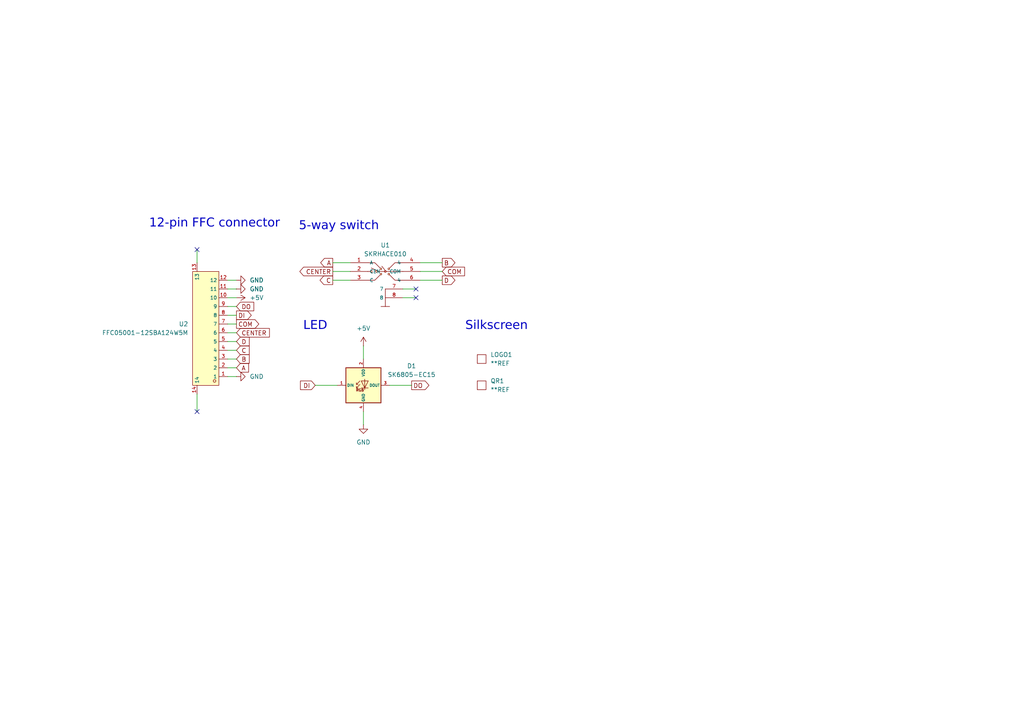
<source format=kicad_sch>
(kicad_sch (version 20231120) (generator "eeschema") (generator_version "8.0")
  (paper "A4")
  (lib_symbols
    (symbol "MyKicadSymbols:FFC05001-12SBA124W5M"
      (property "Reference" "U" (at 0 1.27 0))
      (property "Value" "FFC05001-12SBA124W5M" (at 0 -2.54 0))
      (symbol "FFC05001-12SBA124W5M_0_1"
        (rectangle (start -2.54 16.51) (end 5.08 -16.51) (fill (type background)))
        (circle (center -1.27 15.24) (radius 0.381) (fill (type background)))
        (pin unspecified line (at -5.08 13.97 0) (length 2.54) (name "1") (number "1"))
        (pin unspecified line (at -5.08 -8.89 0) (length 2.54) (name "10") (number "10"))
        (pin unspecified line (at -5.08 -11.43 0) (length 2.54) (name "11") (number "11"))
        (pin unspecified line (at -5.08 -13.97 0) (length 2.54) (name "12") (number "12"))
        (pin unspecified line (at 3.81 -19.05 90) (length 2.54) (name "13") (number "13"))
        (pin unspecified line (at 3.81 19.05 270) (length 2.54) (name "14") (number "14"))
        (pin unspecified line (at -5.08 11.43 0) (length 2.54) (name "2") (number "2"))
        (pin unspecified line (at -5.08 8.89 0) (length 2.54) (name "3") (number "3"))
        (pin unspecified line (at -5.08 6.35 0) (length 2.54) (name "4") (number "4"))
        (pin unspecified line (at -5.08 3.81 0) (length 2.54) (name "5") (number "5"))
        (pin unspecified line (at -5.08 1.27 0) (length 2.54) (name "6") (number "6"))
        (pin unspecified line (at -5.08 -1.27 0) (length 2.54) (name "7") (number "7"))
        (pin unspecified line (at -5.08 -3.81 0) (length 2.54) (name "8") (number "8"))
        (pin unspecified line (at -5.08 -6.35 0) (length 2.54) (name "9") (number "9"))
      )
    )
    (symbol "MyKicadSymbols:SKRHACE010"
      (property "Reference" "U" (at 0 1.27 0))
      (property "Value" "SKRHACE010" (at 0 -2.54 0))
      (symbol "SKRHACE010_0_1"
        (circle (center -4.064 -1.27) (radius 0.254) (fill (type background)))
        (circle (center -2.54 -1.27) (radius 0.254) (fill (type background)))
        (circle (center -1.27 -2.032) (radius 0.254) (fill (type background)))
        (circle (center -1.27 -0.508) (radius 0.254) (fill (type background)))
        (circle (center 0 -1.27) (radius 0.254) (fill (type background)))
        (polyline (pts (xy -5.08 -1.27) (xy -4.318 -1.27)))
        (polyline (pts (xy -2.54 -1.016) (xy -4.064 -0.254)))
        (polyline (pts (xy -2.286 -1.27) (xy 5.08 -1.27)))
        (polyline (pts (xy -1.27 -11.43) (xy 1.27 -11.43)))
        (polyline (pts (xy 0 -6.35) (xy 0 -11.43)))
        (polyline (pts (xy 0 -1.016) (xy -1.016 0.254)))
        (polyline (pts (xy -5.08 -3.81) (xy -3.048 -3.81) (xy -1.524 -2.286)))
        (polyline (pts (xy -5.08 1.27) (xy -3.048 1.27) (xy -1.524 -0.254)))
        (polyline (pts (xy 5.08 -3.81) (xy 2.794 -3.81) (xy 1.27 -2.286)))
        (polyline (pts (xy 5.08 1.27) (xy 2.794 1.27) (xy 1.27 -0.254)))
        (circle (center 1.016 -2.032) (radius 0.254) (fill (type background)))
        (circle (center 1.016 -0.508) (radius 0.254) (fill (type background)))
        (pin unspecified line (at -10.16 1.27 0) (length 5.08) (name "A") (number "1"))
        (pin unspecified line (at -10.16 -1.27 0) (length 5.08) (name "CEN") (number "2"))
        (pin unspecified line (at -10.16 -3.81 0) (length 5.08) (name "C") (number "3"))
        (pin unspecified line (at 10.16 1.27 180) (length 5.08) (name "4") (number "4"))
        (pin unspecified line (at 10.16 -1.27 180) (length 5.08) (name "COM") (number "5"))
        (pin unspecified line (at 10.16 -3.81 180) (length 5.08) (name "4") (number "6"))
        (pin unspecified line (at 5.08 -6.35 180) (length 5.08) (name "7") (number "7"))
        (pin unspecified line (at 5.08 -8.89 180) (length 5.08) (name "8") (number "8"))
      )
    )
    (symbol "ct-kicad:SK6805-EC15" (pin_names (offset 0.254))
      (property "Reference" "D3" (at 14.605 5.08 0))
      (property "Value" "SK6805-EC15" (at 0.635 11.43 0))
      (symbol "SK6805-EC15_0_0"
        (text "RGB" (at -1.016 -1.397 0) (effects (font (size 0.762 0.762))))
      )
      (symbol "SK6805-EC15_0_1"
        (polyline (pts (xy -2.032 -0.762) (xy -1.524 -0.762)))
        (polyline (pts (xy -2.032 0.254) (xy -1.524 0.254)))
        (polyline (pts (xy 1.397 -0.762) (xy -0.635 -0.762)))
        (polyline (pts (xy -1.016 0.254) (xy -2.032 -0.762) (xy -2.032 -0.254)))
        (polyline (pts (xy -1.016 1.27) (xy -2.032 0.254) (xy -2.032 0.762)))
        (polyline (pts (xy 0.381 1.778) (xy 0.381 -0.762) (xy 0.381 -1.27)))
        (polyline (pts (xy 1.397 1.27) (xy -0.635 1.27) (xy 0.381 -0.762) (xy 1.397 1.27)))
        (rectangle (start 5.08 5.08) (end -5.08 -5.08) (stroke (width 0.254)) (fill (type background)))
      )
      (symbol "SK6805-EC15_1_1"
        (pin input line (at -7.62 0 0) (length 2.54) (name "DIN") (number "1"))
        (pin power_in line (at 0 7.62 270) (length 2.54) (name "VDD") (number "2"))
        (pin output line (at 7.62 0 180) (length 2.54) (name "DOUT") (number "3"))
        (pin power_in line (at 0 -7.62 90) (length 2.54) (name "GND") (number "4"))
      )
    )
    (symbol "ct-kicad:awesome-logo" (in_bom no)
      (property "Reference" "LOGO" (at 0 0 0))
      (property "Value" "**REF" (at 0 0 0))
      (symbol "awesome-logo_0_1"
        (rectangle (start -1.27 1.27) (end 1.27 -1.27))
      )
    )
    (symbol "power:+5V" (power) (pin_numbers hide) (pin_names (offset 0) hide)
      (property "Value" "+5V" (at 0 3.556 0))
      (symbol "+5V_0_1"
        (polyline (pts (xy -0.762 1.27) (xy 0 2.54)))
        (polyline (pts (xy 0 0) (xy 0 2.54)))
        (polyline (pts (xy 0 2.54) (xy 0.762 1.27)))
      )
      (symbol "+5V_1_1"
        (pin power_in line (at 0 0 90) (length 0) (name "~") (number "1"))
      )
    )
    (symbol "power:GND" (power) (pin_numbers hide) (pin_names (offset 0) hide)
      (property "Value" "GND" (at 0 -3.81 0))
      (symbol "GND_0_1"
        (polyline (pts (xy 0 0) (xy 0 -1.27) (xy 1.27 -1.27) (xy 0 -2.54) (xy -1.27 -1.27) (xy 0 -1.27)))
      )
      (symbol "GND_1_1"
        (pin power_in line (at 0 0 270) (length 0) (name "~") (number "1"))
      )
    )
  )
  (no_connect (at 57.15 119.38))
  (no_connect (at 57.15 72.39))
  (no_connect (at 120.65 83.82))
  (no_connect (at 120.65 86.36))
  (wire (pts (xy 66.04 88.9) (xy 68.58 88.9)))
  (wire (pts (xy 105.41 119.38) (xy 105.41 123.19)))
  (wire (pts (xy 57.15 72.39) (xy 57.15 76.2)))
  (wire (pts (xy 96.52 76.2) (xy 101.6 76.2)))
  (wire (pts (xy 116.84 86.36) (xy 120.65 86.36)))
  (wire (pts (xy 57.15 114.3) (xy 57.15 119.38)))
  (wire (pts (xy 121.92 78.74) (xy 128.27 78.74)))
  (wire (pts (xy 121.92 76.2) (xy 128.27 76.2)))
  (wire (pts (xy 66.04 81.28) (xy 68.58 81.28)))
  (wire (pts (xy 66.04 86.36) (xy 68.58 86.36)))
  (wire (pts (xy 66.04 99.06) (xy 68.58 99.06)))
  (wire (pts (xy 66.04 96.52) (xy 68.58 96.52)))
  (wire (pts (xy 121.92 81.28) (xy 128.27 81.28)))
  (wire (pts (xy 66.04 109.22) (xy 68.58 109.22)))
  (wire (pts (xy 66.04 93.98) (xy 68.58 93.98)))
  (wire (pts (xy 66.04 91.44) (xy 68.58 91.44)))
  (wire (pts (xy 66.04 104.14) (xy 68.58 104.14)))
  (wire (pts (xy 91.44 111.76) (xy 97.79 111.76)))
  (wire (pts (xy 96.52 78.74) (xy 101.6 78.74)))
  (wire (pts (xy 96.52 81.28) (xy 101.6 81.28)))
  (wire (pts (xy 113.03 111.76) (xy 119.38 111.76)))
  (wire (pts (xy 116.84 83.82) (xy 120.65 83.82)))
  (wire (pts (xy 105.41 104.14) (xy 105.41 100.33)))
  (wire (pts (xy 66.04 101.6) (xy 68.58 101.6)))
  (wire (pts (xy 66.04 106.68) (xy 68.58 106.68)))
  (wire (pts (xy 66.04 83.82) (xy 68.58 83.82)))
  (text "12-pin FFC connector" (at 62.23 65.532 0) (effects (font (size 2.54 2.54))))
  (text "Silkscreen" (at 144.018 95.25 0) (effects (font (size 2.54 2.54))))
  (text "LED" (at 91.44 95.25 0) (effects (font (size 2.54 2.54))))
  (text "5-way switch" (at 98.298 66.294 0) (effects (font (size 2.54 2.54))))
  (global_label "COM" (shape output) (at 68.58 93.98 0) (property "Intersheetrefs" "${INTERSHEET_REFS}" (effects (hide yes))))
  (global_label "DO" (shape input) (at 68.58 88.9 0) (property "Intersheetrefs" "${INTERSHEET_REFS}" (effects (hide yes))))
  (global_label "C" (shape output) (at 96.52 81.28 180) (property "Intersheetrefs" "${INTERSHEET_REFS}" (effects (hide yes))))
  (global_label "A" (shape input) (at 68.58 106.68 0) (property "Intersheetrefs" "${INTERSHEET_REFS}" (effects (hide yes))))
  (global_label "DI" (shape input) (at 91.44 111.76 180) (property "Intersheetrefs" "${INTERSHEET_REFS}" (effects (hide yes))))
  (global_label "COM" (shape input) (at 128.27 78.74 0) (property "Intersheetrefs" "${INTERSHEET_REFS}" (effects (hide yes))))
  (global_label "CENTER" (shape output) (at 96.52 78.74 180) (property "Intersheetrefs" "${INTERSHEET_REFS}" (effects (hide yes))))
  (global_label "CENTER" (shape input) (at 68.58 96.52 0) (property "Intersheetrefs" "${INTERSHEET_REFS}" (effects (hide yes))))
  (global_label "C" (shape input) (at 68.58 101.6 0) (property "Intersheetrefs" "${INTERSHEET_REFS}" (effects (hide yes))))
  (global_label "B" (shape input) (at 68.58 104.14 0) (property "Intersheetrefs" "${INTERSHEET_REFS}" (effects (hide yes))))
  (global_label "B" (shape output) (at 128.27 76.2 0) (property "Intersheetrefs" "${INTERSHEET_REFS}" (effects (hide yes))))
  (global_label "A" (shape output) (at 96.52 76.2 180) (property "Intersheetrefs" "${INTERSHEET_REFS}" (effects (hide yes))))
  (global_label "D" (shape output) (at 128.27 81.28 0) (property "Intersheetrefs" "${INTERSHEET_REFS}" (effects (hide yes))))
  (global_label "DI" (shape output) (at 68.58 91.44 0) (property "Intersheetrefs" "${INTERSHEET_REFS}" (effects (hide yes))))
  (global_label "D" (shape input) (at 68.58 99.06 0) (property "Intersheetrefs" "${INTERSHEET_REFS}" (effects (hide yes))))
  (global_label "DO" (shape output) (at 119.38 111.76 0) (property "Intersheetrefs" "${INTERSHEET_REFS}" (effects (hide yes))))
  (symbol (lib_id "power:GND") (at 68.58 81.28 90) (unit 1)
    (property "Reference" "#PWR06" (effects (hide yes)))
    (property "Value" "GND" (at 72.39 81.2799 90) (effects (justify right)))
    (property "Description" "Power symbol creates a global label with name \"GND\" , ground" (effects (hide yes)))
  )
  (symbol (lib_id "power:+5V") (at 68.58 86.36 270) (unit 1)
    (property "Reference" "#PWR01" (effects (hide yes)))
    (property "Value" "+5V" (at 72.39 86.3599 90) (effects (justify left)))
    (property "Description" "Power symbol creates a global label with name \"+5V\"" (effects (hide yes)))
  )
  (symbol (lib_id "ct-kicad:SK6805-EC15") (at 105.41 111.76 0) (unit 1)
    (property "Reference" "D1" (at 119.38 106.1398 0))
    (property "Value" "SK6805-EC15" (at 119.38 108.6798 0))
    (property "Footprint" "MyKicadFootprints:LED-SMD_4P-L1.5-W1.5-BL" (effects (hide yes)))
    (property "Datasheet" "https://datasheet.lcsc.com/lcsc/2108251530_OPSCO-Optoelectronics-SK6805-EC15_C2890035.pdf" (effects (hide yes)))
    (property "MFN" "Dongguan Opsco Optoelectronics" (effects (hide yes)))
    (property "MPN" "SK6805-EC15" (effects (hide yes)))
    (property "PKG" "SK6805-EC15" (effects (hide yes)))
    (property "LCSC" "C2890035" (effects (hide yes)))
  )
  (symbol (lib_id "MyKicadSymbols:FFC05001-12SBA124W5M") (at 60.96 95.25 180) (unit 1)
    (property "Reference" "U2" (at 54.61 93.9799 0) (effects (justify left)))
    (property "Value" "FFC05001-12SBA124W5M" (at 54.61 96.5199 0) (effects (justify left)))
    (property "Footprint" "MyKicadFootprints:FFC-SMD_FFC05001-12SBA124W5M" (effects (hide yes)))
    (property "Datasheet" "https://item.szlcsc.com/2995274.html" (effects (hide yes)))
    (property "LCSC" "C2833760" (effects (hide yes)))
  )
  (symbol (lib_id "ct-kicad:awesome-logo") (at 139.7 111.76 0) (unit 1) (in_bom no)
    (property "Reference" "QR1" (at 142.24 110.4899 0) (effects (justify left)))
    (property "Value" "**REF" (at 142.24 113.0299 0) (effects (justify left)))
    (property "Footprint" "MyKicadFootprints:paddle-dpad-pcb-qr-10mm" (effects (hide yes)))
    (property "Description" "qr code for paddle-dpad github" (effects (hide yes)))
  )
  (symbol (lib_id "power:GND") (at 68.58 83.82 90) (unit 1)
    (property "Reference" "#PWR05" (effects (hide yes)))
    (property "Value" "GND" (at 72.39 83.8199 90) (effects (justify right)))
    (property "Description" "Power symbol creates a global label with name \"GND\" , ground" (effects (hide yes)))
  )
  (symbol (lib_id "power:+5V") (at 105.41 100.33 0) (unit 1)
    (property "Reference" "#PWR03" (effects (hide yes)))
    (property "Value" "+5V" (at 105.41 95.25 0))
    (property "Description" "Power symbol creates a global label with name \"+5V\"" (effects (hide yes)))
  )
  (symbol (lib_id "power:GND") (at 68.58 109.22 90) (unit 1)
    (property "Reference" "#PWR02" (effects (hide yes)))
    (property "Value" "GND" (at 72.39 109.2199 90) (effects (justify right)))
    (property "Description" "Power symbol creates a global label with name \"GND\" , ground" (effects (hide yes)))
  )
  (symbol (lib_id "power:GND") (at 105.41 123.19 0) (unit 1)
    (property "Reference" "#PWR04" (effects (hide yes)))
    (property "Value" "GND" (at 105.41 128.27 0))
    (property "Description" "Power symbol creates a global label with name \"GND\" , ground" (effects (hide yes)))
  )
  (symbol (lib_id "ct-kicad:awesome-logo") (at 139.7 104.14 0) (unit 1) (in_bom no)
    (property "Reference" "LOGO1" (at 142.24 102.8699 0) (effects (justify left)))
    (property "Value" "**REF" (at 142.24 105.4099 0) (effects (justify left)))
    (property "Footprint" "MyKicadFootprints:awesome-logo" (effects (hide yes)))
    (property "Description" "the crazymittens logo" (effects (hide yes)))
  )
  (symbol (lib_id "MyKicadSymbols:SKRHACE010") (at 111.76 77.47 0) (unit 1)
    (property "Reference" "U1" (at 111.76 71.12 0))
    (property "Value" "SKRHACE010" (at 111.76 73.66 0))
    (property "Footprint" "MyKicadFootprints:SW-SMD_SKRHACE010" (effects (hide yes)))
    (property "Datasheet" "https://item.szlcsc.com/210735.html" (effects (hide yes)))
    (property "LCSC" "C209766" (effects (hide yes)))
  )
)
</source>
